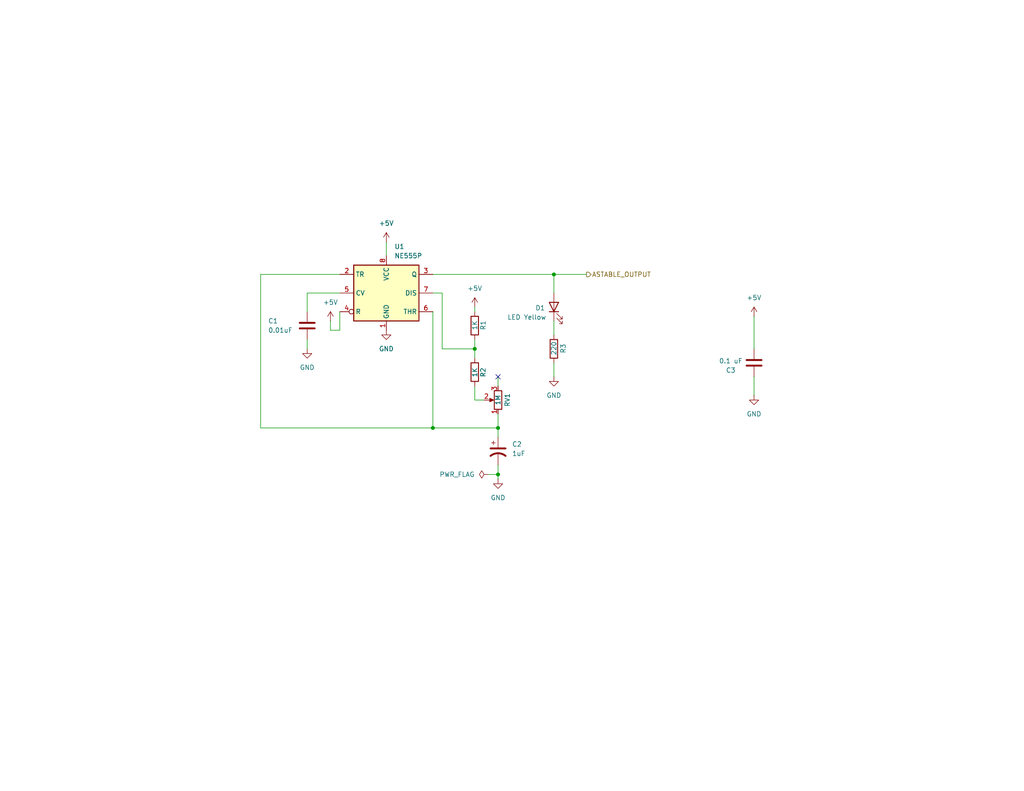
<source format=kicad_sch>
(kicad_sch (version 20231120) (generator "eeschema") (generator_version "8.0")
  (paper "A")
  (title_block (title "Astable Timer") (date "2024-11-17") (rev "A"))
  (lib_symbols
    (symbol "Device:C" (pin_numbers hide) (pin_names (offset 0.254))
      (property "Reference" "C" (at 0.635 2.54 0))
      (property "Value" "C" (at 0.635 -2.54 0))
      (symbol "C_0_1"
        (polyline (pts (xy -2.032 -0.762) (xy 2.032 -0.762)) (stroke (width 0.508)))
        (polyline (pts (xy -2.032 0.762) (xy 2.032 0.762)) (stroke (width 0.508)))
      )
      (symbol "C_1_1"
        (pin passive line (at 0 3.81 270) (length 2.794) (name "~") (number "1"))
        (pin passive line (at 0 -3.81 90) (length 2.794) (name "~") (number "2"))
      )
    )
    (symbol "Device:C_Polarized_US" (pin_numbers hide) (pin_names (offset 0.254) hide)
      (property "Reference" "C" (at 0.635 2.54 0))
      (property "Value" "C_Polarized_US" (at 0.635 -2.54 0))
      (symbol "C_Polarized_US_0_1"
        (polyline (pts (xy -2.032 0.762) (xy 2.032 0.762)) (stroke (width 0.508)))
        (polyline (pts (xy -1.778 2.286) (xy -0.762 2.286)))
        (polyline (pts (xy -1.27 1.778) (xy -1.27 2.794)))
        (arc (start 2.032 -1.27) (mid 0 -0.5572) (end -2.032 -1.27) (stroke (width 0.508)))
      )
      (symbol "C_Polarized_US_1_1"
        (pin passive line (at 0 3.81 270) (length 2.794) (name "~") (number "1"))
        (pin passive line (at 0 -3.81 90) (length 3.302) (name "~") (number "2"))
      )
    )
    (symbol "Device:LED" (pin_numbers hide) (pin_names (offset 1.016) hide)
      (property "Reference" "D" (at 0 2.54 0))
      (property "Value" "LED" (at 0 -2.54 0))
      (symbol "LED_0_1"
        (polyline (pts (xy -1.27 -1.27) (xy -1.27 1.27)) (stroke (width 0.254)))
        (polyline (pts (xy -1.27 0) (xy 1.27 0)))
        (polyline (pts (xy 1.27 -1.27) (xy 1.27 1.27) (xy -1.27 0) (xy 1.27 -1.27)) (stroke (width 0.254)))
        (polyline (pts (xy -3.048 -0.762) (xy -4.572 -2.286) (xy -3.81 -2.286) (xy -4.572 -2.286) (xy -4.572 -1.524)))
        (polyline (pts (xy -1.778 -0.762) (xy -3.302 -2.286) (xy -2.54 -2.286) (xy -3.302 -2.286) (xy -3.302 -1.524)))
      )
      (symbol "LED_1_1"
        (pin passive line (at -3.81 0 0) (length 2.54) (name "K") (number "1"))
        (pin passive line (at 3.81 0 180) (length 2.54) (name "A") (number "2"))
      )
    )
    (symbol "Device:R" (pin_numbers hide) (pin_names (offset 0))
      (property "Reference" "R" (at 2.032 0 90))
      (property "Value" "R" (at 0 0 90))
      (symbol "R_0_1"
        (rectangle (start -1.016 -2.54) (end 1.016 2.54) (stroke (width 0.254)))
      )
      (symbol "R_1_1"
        (pin passive line (at 0 3.81 270) (length 1.27) (name "~") (number "1"))
        (pin passive line (at 0 -3.81 90) (length 1.27) (name "~") (number "2"))
      )
    )
    (symbol "Device:R_Potentiometer" (pin_names (offset 1.016) hide)
      (property "Reference" "RV" (at -4.445 0 90))
      (property "Value" "R_Potentiometer" (at -2.54 0 90))
      (symbol "R_Potentiometer_0_1"
        (polyline (pts (xy 2.54 0) (xy 1.524 0)))
        (polyline (pts (xy 1.143 0) (xy 2.286 0.508) (xy 2.286 -0.508) (xy 1.143 0)) (fill (type outline)))
        (rectangle (start 1.016 2.54) (end -1.016 -2.54) (stroke (width 0.254)))
      )
      (symbol "R_Potentiometer_1_1"
        (pin passive line (at 0 3.81 270) (length 1.27) (name "1") (number "1"))
        (pin passive line (at 3.81 0 180) (length 1.27) (name "2") (number "2"))
        (pin passive line (at 0 -3.81 90) (length 1.27) (name "3") (number "3"))
      )
    )
    (symbol "Timer:NE555P"
      (property "Reference" "U" (at -10.16 8.89 0))
      (property "Value" "NE555P" (at 2.54 8.89 0))
      (symbol "NE555P_0_0"
        (pin power_in line (at 0 -10.16 90) (length 2.54) (name "GND") (number "1"))
        (pin power_in line (at 0 10.16 270) (length 2.54) (name "VCC") (number "8"))
      )
      (symbol "NE555P_0_1"
        (rectangle (start -8.89 -7.62) (end 8.89 7.62) (stroke (width 0.254)) (fill (type background)))
        (rectangle (start -8.89 -7.62) (end 8.89 7.62) (stroke (width 0.254)) (fill (type background)))
      )
      (symbol "NE555P_1_1"
        (pin input line (at -12.7 5.08 0) (length 3.81) (name "TR") (number "2"))
        (pin output line (at 12.7 5.08 180) (length 3.81) (name "Q") (number "3"))
        (pin input inverted (at -12.7 -5.08 0) (length 3.81) (name "R") (number "4"))
        (pin input line (at -12.7 0 0) (length 3.81) (name "CV") (number "5"))
        (pin input line (at 12.7 -5.08 180) (length 3.81) (name "THR") (number "6"))
        (pin input line (at 12.7 0 180) (length 3.81) (name "DIS") (number "7"))
      )
    )
    (symbol "power:+5V" (power) (pin_numbers hide) (pin_names (offset 0) hide)
      (property "Value" "+5V" (at 0 3.556 0))
      (symbol "+5V_0_1"
        (polyline (pts (xy -0.762 1.27) (xy 0 2.54)))
        (polyline (pts (xy 0 0) (xy 0 2.54)))
        (polyline (pts (xy 0 2.54) (xy 0.762 1.27)))
      )
      (symbol "+5V_1_1"
        (pin power_in line (at 0 0 90) (length 0) (name "~") (number "1"))
      )
    )
    (symbol "power:GND" (power) (pin_numbers hide) (pin_names (offset 0) hide)
      (property "Value" "GND" (at 0 -3.81 0))
      (symbol "GND_0_1"
        (polyline (pts (xy 0 0) (xy 0 -1.27) (xy 1.27 -1.27) (xy 0 -2.54) (xy -1.27 -1.27) (xy 0 -1.27)))
      )
      (symbol "GND_1_1"
        (pin power_in line (at 0 0 270) (length 0) (name "~") (number "1"))
      )
    )
    (symbol "power:PWR_FLAG" (power) (pin_numbers hide) (pin_names (offset 0) hide)
      (property "Value" "PWR_FLAG" (at 0 3.81 0))
      (symbol "PWR_FLAG_0_0"
        (pin power_out line (at 0 0 90) (length 0) (name "~") (number "1"))
      )
      (symbol "PWR_FLAG_0_1"
        (polyline (pts (xy 0 0) (xy 0 1.27) (xy -1.016 1.905) (xy 0 2.54) (xy 1.016 1.905) (xy 0 1.27)))
      )
    )
  )
  (junction (at 118.11 116.84))
  (junction (at 151.13 74.93))
  (junction (at 135.89 116.84))
  (junction (at 135.89 129.54))
  (junction (at 129.54 95.25))
  (no_connect (at 135.89 102.87))
  (wire (pts (xy 205.74 86.36) (xy 205.74 95.25)))
  (wire (pts (xy 129.54 83.82) (xy 129.54 85.09)))
  (wire (pts (xy 151.13 99.06) (xy 151.13 102.87)))
  (wire (pts (xy 151.13 74.93) (xy 151.13 80.01)))
  (wire (pts (xy 205.74 102.87) (xy 205.74 107.95)))
  (wire (pts (xy 129.54 95.25) (xy 129.54 97.79)))
  (wire (pts (xy 135.89 127) (xy 135.89 129.54)))
  (wire (pts (xy 135.89 102.87) (xy 135.89 105.41)))
  (wire (pts (xy 90.17 90.17) (xy 90.17 87.63)))
  (wire (pts (xy 135.89 116.84) (xy 135.89 119.38)))
  (wire (pts (xy 118.11 80.01) (xy 120.65 80.01)))
  (wire (pts (xy 71.12 74.93) (xy 92.71 74.93)))
  (wire (pts (xy 129.54 105.41) (xy 129.54 109.22)))
  (wire (pts (xy 71.12 116.84) (xy 118.11 116.84)))
  (wire (pts (xy 135.89 113.03) (xy 135.89 116.84)))
  (wire (pts (xy 135.89 129.54) (xy 135.89 130.81)))
  (wire (pts (xy 92.71 85.09) (xy 92.71 90.17)))
  (wire (pts (xy 92.71 90.17) (xy 90.17 90.17)))
  (wire (pts (xy 118.11 74.93) (xy 151.13 74.93)))
  (wire (pts (xy 151.13 74.93) (xy 160.02 74.93)))
  (wire (pts (xy 151.13 87.63) (xy 151.13 91.44)))
  (wire (pts (xy 118.11 116.84) (xy 118.11 85.09)))
  (wire (pts (xy 105.41 66.04) (xy 105.41 69.85)))
  (wire (pts (xy 120.65 95.25) (xy 129.54 95.25)))
  (wire (pts (xy 71.12 74.93) (xy 71.12 116.84)))
  (wire (pts (xy 92.71 80.01) (xy 83.82 80.01)))
  (wire (pts (xy 133.35 129.54) (xy 135.89 129.54)))
  (wire (pts (xy 129.54 92.71) (xy 129.54 95.25)))
  (wire (pts (xy 120.65 80.01) (xy 120.65 95.25)))
  (wire (pts (xy 83.82 92.71) (xy 83.82 95.25)))
  (wire (pts (xy 83.82 80.01) (xy 83.82 85.09)))
  (wire (pts (xy 129.54 109.22) (xy 132.08 109.22)))
  (wire (pts (xy 118.11 116.84) (xy 135.89 116.84)))
  (hierarchical_label "ASTABLE_OUTPUT" (shape output) (at 160.02 74.93 0))
  (symbol (lib_id "power:+5V") (at 129.54 83.82 0) (unit 1)
    (property "Reference" "#PWR012" (effects (hide yes)))
    (property "Value" "+5V" (at 129.54 78.74 0))
    (property "Description" "Power symbol creates a global label with name \"+5V\"" (effects (hide yes)))
  )
  (symbol (lib_id "power:GND") (at 83.82 95.25 0) (unit 1)
    (property "Reference" "#PWR011" (effects (hide yes)))
    (property "Value" "GND" (at 83.82 100.33 0))
    (property "Description" "Power symbol creates a global label with name \"GND\" , ground" (effects (hide yes)))
  )
  (symbol (lib_id "power:GND") (at 205.74 107.95 0) (unit 1)
    (property "Reference" "#PWR02" (effects (hide yes)))
    (property "Value" "GND" (at 205.74 113.03 0))
    (property "Description" "Power symbol creates a global label with name \"GND\" , ground" (effects (hide yes)))
  )
  (symbol (lib_id "Device:LED") (at 151.13 83.82 90) (unit 1)
    (property "Reference" "D1" (at 146.05 84.074 90) (effects (justify right)))
    (property "Value" "LED Yellow" (at 138.43 86.614 90) (effects (justify right)))
    (property "Footprint" "LED_THT:LED_D5.0mm" (effects (hide yes)))
    (property "Datasheet" "https://www.kingbrightusa.com/images/catalog/SPEC/WP1503YD.pdf" (effects (hide yes)))
    (property "Description" "Light emitting diode" (effects (hide yes)))
    (property "Digkey PN" "754-1872-ND" (effects (hide yes)))
    (property "Manufacturer PN" "WP1503YD" (effects (hide yes)))
    (property "DigiKey URL" "https://www.digikey.com/en/products/detail/kingbright/WP1503YD/3084106" (effects (hide yes)))
    (property "Price" "0.22" (effects (hide yes)))
  )
  (symbol (lib_id "Device:C_Polarized_US") (at 135.89 123.19 0) (unit 1)
    (property "Reference" "C2" (at 139.7 121.2849 0) (effects (justify left)))
    (property "Value" "1uF" (at 139.7 123.8249 0) (effects (justify left)))
    (property "Footprint" "Capacitor_THT:CP_Radial_D5.0mm_P2.00mm" (effects (hide yes)))
    (property "Datasheet" "https://www.we-online.com/components/products/datasheet/860020672005.pdf" (effects (hide yes)))
    (property "Description" "Polarized capacitor, US symbol" (effects (hide yes)))
    (property "Digkey PN" "  732-8851-1-ND" (effects (hide yes)))
    (property "Manufacturer PN" "860020672005" (effects (hide yes)))
    (property "DigiKey URL" "https://www.digikey.com/en/products/detail/w%C3%BCrth-elektronik/860020672005/5727088" (effects (hide yes)))
    (property "Price" "0.10" (effects (hide yes)))
  )
  (symbol (lib_id "Device:R") (at 129.54 88.9 180) (unit 1)
    (property "Reference" "R1" (at 131.826 90.17 90) (effects (justify right)))
    (property "Value" "1K" (at 129.54 90.17 90) (effects (justify right)))
    (property "Footprint" "Resistor_THT:R_Axial_DIN0207_L6.3mm_D2.5mm_P7.62mm_Horizontal" (effects (hide yes)))
    (property "Datasheet" "https://www.seielect.com/catalog/sei-rnf_rnmf.pdf" (effects (hide yes)))
    (property "Description" "Resistor" (effects (hide yes)))
    (property "Digkey PN" "RNF14FTD1K00CT-ND " (effects (hide yes)))
    (property "Manufacturer PN" "RNF14FTD1K00" (effects (hide yes)))
    (property "DigiKey URL" "https://www.digikey.com/en/products/detail/stackpole-electronics-inc/RNF14FTD1K00/1706678" (effects (hide yes)))
    (property "Price" "0.1" (effects (hide yes)))
  )
  (symbol (lib_id "power:+5V") (at 205.74 86.36 0) (unit 1)
    (property "Reference" "#PWR03" (effects (hide yes)))
    (property "Value" "+5V" (at 205.74 81.28 0))
    (property "Description" "Power symbol creates a global label with name \"+5V\"" (effects (hide yes)))
  )
  (symbol (lib_id "power:GND") (at 135.89 130.81 0) (unit 1)
    (property "Reference" "#PWR01" (effects (hide yes)))
    (property "Value" "GND" (at 135.89 135.89 0))
    (property "Description" "Power symbol creates a global label with name \"GND\" , ground" (effects (hide yes)))
  )
  (symbol (lib_id "Device:R") (at 151.13 95.25 0) (unit 1)
    (property "Reference" "R3" (at 153.67 96.52 90) (effects (justify left)))
    (property "Value" "220" (at 151.13 97.028 90) (effects (justify left)))
    (property "Footprint" "Resistor_THT:R_Axial_DIN0207_L6.3mm_D2.5mm_P7.62mm_Horizontal" (effects (hide yes)))
    (property "Datasheet" "https://www.yageo.com/upload/media/product/app/datasheet/lr/yageo-mfr_datasheet.pdf" (effects (hide yes)))
    (property "Description" "Resistor" (effects (hide yes)))
    (property "Digkey PN" "MFR-25FBF52-220R-ND" (effects (hide yes)))
    (property "Manufacturer PN" "MFR-25FBF52-220R" (effects (hide yes)))
    (property "DigiKey URL" "https://www.digikey.com/en/products/detail/yageo/MFR-25FBF52-220R/9138097" (effects (hide yes)))
    (property "Price" "0.10" (effects (hide yes)))
  )
  (symbol (lib_id "Timer:NE555P") (at 105.41 80.01 0) (unit 1)
    (property "Reference" "U1" (at 107.6041 67.31 0) (effects (justify left)))
    (property "Value" "NE555P" (at 107.6041 69.85 0) (effects (justify left)))
    (property "Footprint" "Package_DIP:DIP-8_W7.62mm" (effects (hide yes)))
    (property "Datasheet" "http://www.ti.com/lit/ds/symlink/ne555.pdf" (effects (hide yes)))
    (property "Description" "Precision Timers, 555 compatible,  PDIP-8" (effects (hide yes)))
    (property "Digkey PN" "296-NE555P-ND" (effects (hide yes)))
    (property "Manufacturer PN" "NE555P" (effects (hide yes)))
    (property "DigiKey URL" "https://www.digikey.com/en/products/detail/texas-instruments/NE555P/277057" (effects (hide yes)))
    (property "Price" "0.36" (effects (hide yes)))
  )
  (symbol (lib_id "power:PWR_FLAG") (at 133.35 129.54 90) (unit 1)
    (property "Reference" "#FLG01" (effects (hide yes)))
    (property "Value" "PWR_FLAG" (at 129.54 129.5399 90) (effects (justify left)))
    (property "Description" "Special symbol for telling ERC where power comes from" (effects (hide yes)))
  )
  (symbol (lib_id "power:GND") (at 151.13 102.87 0) (unit 1)
    (property "Reference" "#PWR04" (effects (hide yes)))
    (property "Value" "GND" (at 151.13 107.95 0))
    (property "Description" "Power symbol creates a global label with name \"GND\" , ground" (effects (hide yes)))
  )
  (symbol (lib_id "power:+5V") (at 90.17 87.63 0) (unit 1)
    (property "Reference" "#PWR013" (effects (hide yes)))
    (property "Value" "+5V" (at 90.17 82.55 0))
    (property "Description" "Power symbol creates a global label with name \"+5V\"" (effects (hide yes)))
  )
  (symbol (lib_id "Device:R") (at 129.54 101.6 0) (unit 1)
    (property "Reference" "R2" (at 131.826 100.33 90) (effects (justify right)))
    (property "Value" "1K" (at 129.54 100.33 90) (effects (justify right)))
    (property "Footprint" "Resistor_THT:R_Axial_DIN0207_L6.3mm_D2.5mm_P7.62mm_Horizontal" (effects (hide yes)))
    (property "Datasheet" "https://www.seielect.com/catalog/sei-rnf_rnmf.pdf" (effects (hide yes)))
    (property "Description" "Resistor" (effects (hide yes)))
    (property "Digkey PN" "RNF14FTD1K00CT-ND " (effects (hide yes)))
    (property "Manufacturer PN" "RNF14FTD1K00" (effects (hide yes)))
    (property "DigiKey URL" "https://www.digikey.com/en/products/detail/stackpole-electronics-inc/RNF14FTD1K00/1706678" (effects (hide yes)))
    (property "Price" "0.1" (effects (hide yes)))
  )
  (symbol (lib_id "Device:C") (at 83.82 88.9 0) (unit 1)
    (property "Reference" "C1" (at 73.152 87.63 0) (effects (justify left)))
    (property "Value" "0.01uF" (at 73.152 90.17 0) (effects (justify left)))
    (property "Footprint" "Capacitor_THT:C_Disc_D5.0mm_W2.5mm_P2.50mm" (effects (hide yes)))
    (property "Datasheet" "https://www.vishay.com/docs/45171/kseries.pdf" (effects (hide yes)))
    (property "Description" "Unpolarized capacitor." (effects (hide yes)))
    (property "Manufacturer PN" "K103M15X7RF53L2" (effects (hide yes)))
    (property "Digkey PN" " BC5136-ND" (effects (hide yes)))
    (property "DigiKey URL" "https://www.digikey.com/en/products/detail/vishay-beyschlag-draloric-bc-components/K103M15X7RF53L2/2820467" (effects (hide yes)))
    (property "Price" "0.16" (effects (hide yes)))
  )
  (symbol (lib_id "power:GND") (at 105.41 90.17 0) (unit 1)
    (property "Reference" "#PWR010" (effects (hide yes)))
    (property "Value" "GND" (at 105.41 95.25 0))
    (property "Description" "Power symbol creates a global label with name \"GND\" , ground" (effects (hide yes)))
  )
  (symbol (lib_id "Device:R_Potentiometer") (at 135.89 109.22 180) (unit 1)
    (property "Reference" "RV1" (at 138.43 109.22 90))
    (property "Value" "1M" (at 135.89 109.22 90))
    (property "Footprint" "8-bit-computer-custom-footprints:Potentiometer_CT-6EP105" (effects (hide yes)))
    (property "Datasheet" "https://www.nidec-components.com/e/catalog/trimmer/ct-6.pdf" (effects (hide yes)))
    (property "Description" "Potentiometer" (effects (hide yes)))
    (property "Digkey PN" "563-CT-6EP105-ND" (effects (hide yes)))
    (property "Manufacturer PN" "CT-6EP105" (effects (hide yes)))
    (property "DigiKey URL" "https://www.digikey.com/en/products/detail/nidec-components-corporation/CT-6EP105/738306" (effects (hide yes)))
    (property "Price" "1.4" (effects (hide yes)))
  )
  (symbol (lib_id "Device:C") (at 205.74 99.06 180) (unit 1)
    (property "Reference" "C3" (at 199.39 101.092 0))
    (property "Value" "0.1 uF" (at 199.39 98.552 0))
    (property "Footprint" "Capacitor_THT:C_Disc_D5.0mm_W2.5mm_P2.50mm" (effects (hide yes)))
    (property "Description" "Unpolarized capacitor" (effects (hide yes)))
    (property "Digkey PN" "399-9776-ND" (effects (hide yes)))
    (property "Manufacturer PN" "C320C104M5R5TA" (effects (hide yes)))
    (property "DigiKey URL" "https://www.digikey.com/en/products/detail/kemet/C320C104M5R5TA/3726028" (effects (hide yes)))
    (property "Price" "0.2" (effects (hide yes)))
  )
  (symbol (lib_id "power:+5V") (at 105.41 66.04 0) (unit 1)
    (property "Reference" "#PWR09" (effects (hide yes)))
    (property "Value" "+5V" (at 105.41 60.96 0))
    (property "Description" "Power symbol creates a global label with name \"+5V\"" (effects (hide yes)))
  )
)
</source>
